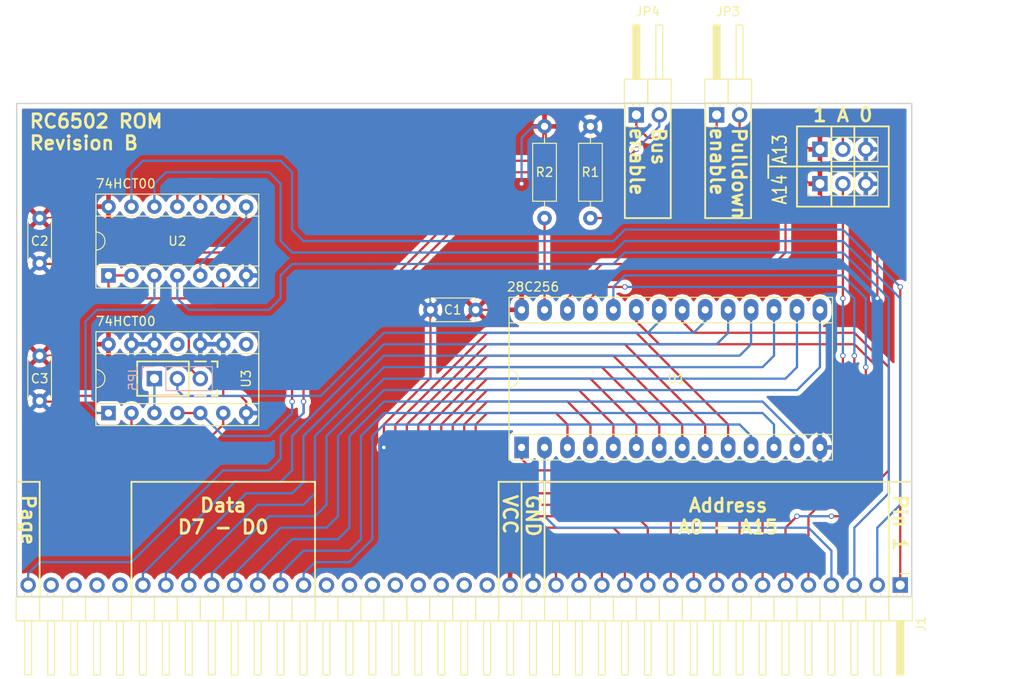
<source format=kicad_pcb>
(kicad_pcb (version 4) (host pcbnew 4.0.6)
  (layers (0 F.Cu signal) (31 B.Cu signal) (34 B.Paste user) (35 F.Paste user) (36 B.SilkS user) (37 F.SilkS user) (38 B.Mask user) (39 F.Mask user) (44 Edge.Cuts user))
  (net 0 "")
  (net 1 VCC)
  (net 2 GND)
  (net 3 A15)
  (net 4 A14)
  (net 5 A13)
  (net 6 A12)
  (net 7 A11)
  (net 8 A10)
  (net 9 A9)
  (net 10 A8)
  (net 11 A7)
  (net 12 A6)
  (net 13 A5)
  (net 14 A4)
  (net 15 A3)
  (net 16 A2)
  (net 17 A1)
  (net 18 A0)
  (net 19 D0)
  (net 20 D1)
  (net 21 D2)
  (net 22 D3)
  (net 23 D4)
  (net 24 D5)
  (net 25 D6)
  (net 26 D7)
  (net 27 "Net-(J1-Pad39)")
  (net 28 A13_W)
  (net 29 A14_W)
  (net 30 PAGE_EN)
  (net 31 "Net-(JP3-Pad2)")
  (net 32 CS)
  (net 33 CS_IN)
  (net 34 "Net-(U2-Pad5)")
  (net 35 "Net-(U2-Pad10)")
  (net 36 "Net-(U2-Pad3)")
  (net 37 "Net-(U3-Pad2)")
  (net 38 "Net-(R2-Pad1)")
  (net 39 "Net-(JP5-Pad1)")
  (module Capacitors_THT:C_Disc_D4.7mm_W2.5mm_P5.00mm (layer F.Cu) (at 160.02 113.03 180)
    (fp_text reference C1 (at 2.54 0 180) (layer F.SilkS))
    (fp_text value 100nF)
    (pad 1 thru_hole circle (at 0 0 180) (size 1.6 1.6) (drill 0.8) (layers *.Cu *.Mask) (net 1 VCC))
    (pad 2 thru_hole circle (at 5 0 180) (size 1.6 1.6) (drill 0.8) (layers *.Cu *.Mask) (net 2 GND))
  )
  (module Capacitors_THT:C_Disc_D4.7mm_W2.5mm_P5.00mm (layer F.Cu) (at 111.76 102.87 270)
    (fp_text reference C2 (at 2.54 0 360) (layer F.SilkS))
    (fp_text value 100nF)
    (pad 1 thru_hole circle (at 0 0 270) (size 1.6 1.6) (drill 0.8) (layers *.Cu *.Mask) (net 1 VCC))
    (pad 2 thru_hole circle (at 5 0 270) (size 1.6 1.6) (drill 0.8) (layers *.Cu *.Mask) (net 2 GND))
  )
  (module Capacitors_THT:C_Disc_D4.7mm_W2.5mm_P5.00mm (layer F.Cu) (at 111.76 118.11 270)
    (fp_text reference C3 (at 2.54 0 360) (layer F.SilkS))
    (fp_text value 100nF)
    (pad 1 thru_hole circle (at 0 0 270) (size 1.6 1.6) (drill 0.8) (layers *.Cu *.Mask) (net 1 VCC))
    (pad 2 thru_hole circle (at 5 0 270) (size 1.6 1.6) (drill 0.8) (layers *.Cu *.Mask) (net 2 GND))
  )
  (module Pin_Headers:Pin_Header_Angled_1x39_Pitch2.54mm (layer F.Cu) (at 207.01 143.51 270)
    (fp_text reference J1 (at 4.315 -2.27 270) (layer F.SilkS))
    (fp_text value CONN_01X39)
    (pad 1 thru_hole rect (at 0 0 270) (size 1.7 1.7) (drill 1) (layers *.Cu *.Mask) (net 3 A15))
    (pad 2 thru_hole oval (at 0 2.54 270) (size 1.7 1.7) (drill 1) (layers *.Cu *.Mask) (net 4 A14))
    (pad 3 thru_hole oval (at 0 5.08 270) (size 1.7 1.7) (drill 1) (layers *.Cu *.Mask) (net 5 A13))
    (pad 4 thru_hole oval (at 0 7.62 270) (size 1.7 1.7) (drill 1) (layers *.Cu *.Mask) (net 6 A12))
    (pad 5 thru_hole oval (at 0 10.16 270) (size 1.7 1.7) (drill 1) (layers *.Cu *.Mask) (net 7 A11))
    (pad 6 thru_hole oval (at 0 12.7 270) (size 1.7 1.7) (drill 1) (layers *.Cu *.Mask) (net 8 A10))
    (pad 7 thru_hole oval (at 0 15.24 270) (size 1.7 1.7) (drill 1) (layers *.Cu *.Mask) (net 9 A9))
    (pad 8 thru_hole oval (at 0 17.78 270) (size 1.7 1.7) (drill 1) (layers *.Cu *.Mask) (net 10 A8))
    (pad 9 thru_hole oval (at 0 20.32 270) (size 1.7 1.7) (drill 1) (layers *.Cu *.Mask) (net 11 A7))
    (pad 10 thru_hole oval (at 0 22.86 270) (size 1.7 1.7) (drill 1) (layers *.Cu *.Mask) (net 12 A6))
    (pad 11 thru_hole oval (at 0 25.4 270) (size 1.7 1.7) (drill 1) (layers *.Cu *.Mask) (net 13 A5))
    (pad 12 thru_hole oval (at 0 27.94 270) (size 1.7 1.7) (drill 1) (layers *.Cu *.Mask) (net 14 A4))
    (pad 13 thru_hole oval (at 0 30.48 270) (size 1.7 1.7) (drill 1) (layers *.Cu *.Mask) (net 15 A3))
    (pad 14 thru_hole oval (at 0 33.02 270) (size 1.7 1.7) (drill 1) (layers *.Cu *.Mask) (net 16 A2))
    (pad 15 thru_hole oval (at 0 35.56 270) (size 1.7 1.7) (drill 1) (layers *.Cu *.Mask) (net 17 A1))
    (pad 16 thru_hole oval (at 0 38.1 270) (size 1.7 1.7) (drill 1) (layers *.Cu *.Mask) (net 18 A0))
    (pad 17 thru_hole oval (at 0 40.64 270) (size 1.7 1.7) (drill 1) (layers *.Cu *.Mask) (net 2 GND))
    (pad 18 thru_hole oval (at 0 43.18 270) (size 1.7 1.7) (drill 1) (layers *.Cu *.Mask) (net 1 VCC))
    (pad 19 thru_hole oval (at 0 45.72 270) (size 1.7 1.7) (drill 1) (layers *.Cu *.Mask))
    (pad 20 thru_hole oval (at 0 48.26 270) (size 1.7 1.7) (drill 1) (layers *.Cu *.Mask))
    (pad 21 thru_hole oval (at 0 50.8 270) (size 1.7 1.7) (drill 1) (layers *.Cu *.Mask))
    (pad 22 thru_hole oval (at 0 53.34 270) (size 1.7 1.7) (drill 1) (layers *.Cu *.Mask))
    (pad 23 thru_hole oval (at 0 55.88 270) (size 1.7 1.7) (drill 1) (layers *.Cu *.Mask))
    (pad 24 thru_hole oval (at 0 58.42 270) (size 1.7 1.7) (drill 1) (layers *.Cu *.Mask))
    (pad 25 thru_hole oval (at 0 60.96 270) (size 1.7 1.7) (drill 1) (layers *.Cu *.Mask))
    (pad 26 thru_hole oval (at 0 63.5 270) (size 1.7 1.7) (drill 1) (layers *.Cu *.Mask))
    (pad 27 thru_hole oval (at 0 66.04 270) (size 1.7 1.7) (drill 1) (layers *.Cu *.Mask) (net 19 D0))
    (pad 28 thru_hole oval (at 0 68.58 270) (size 1.7 1.7) (drill 1) (layers *.Cu *.Mask) (net 20 D1))
    (pad 29 thru_hole oval (at 0 71.12 270) (size 1.7 1.7) (drill 1) (layers *.Cu *.Mask) (net 21 D2))
    (pad 30 thru_hole oval (at 0 73.66 270) (size 1.7 1.7) (drill 1) (layers *.Cu *.Mask) (net 22 D3))
    (pad 31 thru_hole oval (at 0 76.2 270) (size 1.7 1.7) (drill 1) (layers *.Cu *.Mask) (net 23 D4))
    (pad 32 thru_hole oval (at 0 78.74 270) (size 1.7 1.7) (drill 1) (layers *.Cu *.Mask) (net 24 D5))
    (pad 33 thru_hole oval (at 0 81.28 270) (size 1.7 1.7) (drill 1) (layers *.Cu *.Mask) (net 25 D6))
    (pad 34 thru_hole oval (at 0 83.82 270) (size 1.7 1.7) (drill 1) (layers *.Cu *.Mask) (net 26 D7))
    (pad 35 thru_hole oval (at 0 86.36 270) (size 1.7 1.7) (drill 1) (layers *.Cu *.Mask))
    (pad 36 thru_hole oval (at 0 88.9 270) (size 1.7 1.7) (drill 1) (layers *.Cu *.Mask))
    (pad 37 thru_hole oval (at 0 91.44 270) (size 1.7 1.7) (drill 1) (layers *.Cu *.Mask))
    (pad 38 thru_hole oval (at 0 93.98 270) (size 1.7 1.7) (drill 1) (layers *.Cu *.Mask))
    (pad 39 thru_hole oval (at 0 96.52 270) (size 1.7 1.7) (drill 1) (layers *.Cu *.Mask) (net 27 "Net-(J1-Pad39)"))
  )
  (module Pin_Headers:Pin_Header_Angled_1x02_Pitch2.54mm (layer F.Cu) (at 186.69 91.44 90)
    (fp_text reference JP3 (at 11.43 1.27 180) (layer F.SilkS))
    (fp_text value "Page PullDown")
    (pad 1 thru_hole rect (at 0 0 90) (size 1.7 1.7) (drill 1) (layers *.Cu *.Mask) (net 30 PAGE_EN))
    (pad 2 thru_hole oval (at 0 2.54 90) (size 1.7 1.7) (drill 1) (layers *.Cu *.Mask) (net 31 "Net-(JP3-Pad2)"))
  )
  (module Pin_Headers:Pin_Header_Angled_1x02_Pitch2.54mm (layer F.Cu) (at 177.8 91.44 90)
    (fp_text reference JP4 (at 11.43 1.27 180) (layer F.SilkS))
    (fp_text value "Bus enable")
    (pad 1 thru_hole rect (at 0 0 90) (size 1.7 1.7) (drill 1) (layers *.Cu *.Mask) (net 30 PAGE_EN))
    (pad 2 thru_hole oval (at 0 2.54 90) (size 1.7 1.7) (drill 1) (layers *.Cu *.Mask) (net 27 "Net-(J1-Pad39)"))
  )
  (module Resistors_THT:R_Axial_DIN0207_L6.3mm_D2.5mm_P10.16mm_Horizontal (layer F.Cu) (at 172.72 92.71 270)
    (fp_text reference R1 (at 5.08 0 360) (layer F.SilkS))
    (fp_text value 10k)
    (pad 1 thru_hole circle (at 0 0 270) (size 1.6 1.6) (drill 0.8) (layers *.Cu *.Mask) (net 2 GND))
    (pad 2 thru_hole oval (at 10.16 0 270) (size 1.6 1.6) (drill 0.8) (layers *.Cu *.Mask) (net 31 "Net-(JP3-Pad2)"))
  )
  (module Resistors_THT:R_Axial_DIN0207_L6.3mm_D2.5mm_P10.16mm_Horizontal (layer F.Cu) (at 167.64 102.87 90)
    (fp_text reference R2 (at 5.08 0 180) (layer F.SilkS))
    (fp_text value 3.3k)
    (pad 1 thru_hole circle (at 0 0 90) (size 1.6 1.6) (drill 0.8) (layers *.Cu *.Mask) (net 38 "Net-(R2-Pad1)"))
    (pad 2 thru_hole oval (at 10.16 0 90) (size 1.6 1.6) (drill 0.8) (layers *.Cu *.Mask) (net 1 VCC))
  )
  (module Housings_DIP:DIP-28_W15.24mm_Socket_LongPads (layer F.Cu) (at 165.1 128.27 90)
    (fp_text reference U1 (at 7.62 17.145 180) (layer F.SilkS))
    (fp_text value 28C256 (at 17.78 1.27 180) (layer F.SilkS))
    (pad 1 thru_hole rect (at 0 0 90) (size 2.4 1.6) (drill 0.8) (layers *.Cu *.Mask) (net 29 A14_W))
    (pad 15 thru_hole oval (at 15.24 33.02 90) (size 2.4 1.6) (drill 0.8) (layers *.Cu *.Mask) (net 22 D3))
    (pad 2 thru_hole oval (at 0 2.54 90) (size 2.4 1.6) (drill 0.8) (layers *.Cu *.Mask) (net 6 A12))
    (pad 16 thru_hole oval (at 15.24 30.48 90) (size 2.4 1.6) (drill 0.8) (layers *.Cu *.Mask) (net 23 D4))
    (pad 3 thru_hole oval (at 0 5.08 90) (size 2.4 1.6) (drill 0.8) (layers *.Cu *.Mask) (net 11 A7))
    (pad 17 thru_hole oval (at 15.24 27.94 90) (size 2.4 1.6) (drill 0.8) (layers *.Cu *.Mask) (net 24 D5))
    (pad 4 thru_hole oval (at 0 7.62 90) (size 2.4 1.6) (drill 0.8) (layers *.Cu *.Mask) (net 12 A6))
    (pad 18 thru_hole oval (at 15.24 25.4 90) (size 2.4 1.6) (drill 0.8) (layers *.Cu *.Mask) (net 25 D6))
    (pad 5 thru_hole oval (at 0 10.16 90) (size 2.4 1.6) (drill 0.8) (layers *.Cu *.Mask) (net 13 A5))
    (pad 19 thru_hole oval (at 15.24 22.86 90) (size 2.4 1.6) (drill 0.8) (layers *.Cu *.Mask) (net 26 D7))
    (pad 6 thru_hole oval (at 0 12.7 90) (size 2.4 1.6) (drill 0.8) (layers *.Cu *.Mask) (net 14 A4))
    (pad 20 thru_hole oval (at 15.24 20.32 90) (size 2.4 1.6) (drill 0.8) (layers *.Cu *.Mask) (net 32 CS))
    (pad 7 thru_hole oval (at 0 15.24 90) (size 2.4 1.6) (drill 0.8) (layers *.Cu *.Mask) (net 15 A3))
    (pad 21 thru_hole oval (at 15.24 17.78 90) (size 2.4 1.6) (drill 0.8) (layers *.Cu *.Mask) (net 8 A10))
    (pad 8 thru_hole oval (at 0 17.78 90) (size 2.4 1.6) (drill 0.8) (layers *.Cu *.Mask) (net 16 A2))
    (pad 22 thru_hole oval (at 15.24 15.24 90) (size 2.4 1.6) (drill 0.8) (layers *.Cu *.Mask) (net 32 CS))
    (pad 9 thru_hole oval (at 0 20.32 90) (size 2.4 1.6) (drill 0.8) (layers *.Cu *.Mask) (net 17 A1))
    (pad 23 thru_hole oval (at 15.24 12.7 90) (size 2.4 1.6) (drill 0.8) (layers *.Cu *.Mask) (net 7 A11))
    (pad 10 thru_hole oval (at 0 22.86 90) (size 2.4 1.6) (drill 0.8) (layers *.Cu *.Mask) (net 18 A0))
    (pad 24 thru_hole oval (at 15.24 10.16 90) (size 2.4 1.6) (drill 0.8) (layers *.Cu *.Mask) (net 9 A9))
    (pad 11 thru_hole oval (at 0 25.4 90) (size 2.4 1.6) (drill 0.8) (layers *.Cu *.Mask) (net 19 D0))
    (pad 25 thru_hole oval (at 15.24 7.62 90) (size 2.4 1.6) (drill 0.8) (layers *.Cu *.Mask) (net 10 A8))
    (pad 12 thru_hole oval (at 0 27.94 90) (size 2.4 1.6) (drill 0.8) (layers *.Cu *.Mask) (net 20 D1))
    (pad 26 thru_hole oval (at 15.24 5.08 90) (size 2.4 1.6) (drill 0.8) (layers *.Cu *.Mask) (net 28 A13_W))
    (pad 13 thru_hole oval (at 0 30.48 90) (size 2.4 1.6) (drill 0.8) (layers *.Cu *.Mask) (net 21 D2))
    (pad 27 thru_hole oval (at 15.24 2.54 90) (size 2.4 1.6) (drill 0.8) (layers *.Cu *.Mask) (net 38 "Net-(R2-Pad1)"))
    (pad 14 thru_hole oval (at 0 33.02 90) (size 2.4 1.6) (drill 0.8) (layers *.Cu *.Mask) (net 2 GND))
    (pad 28 thru_hole oval (at 15.24 0 90) (size 2.4 1.6) (drill 0.8) (layers *.Cu *.Mask) (net 1 VCC))
  )
  (module Housings_DIP:DIP-14_W7.62mm_Socket (layer F.Cu) (at 119.38 109.22 90)
    (fp_text reference U2 (at 3.81 7.62 180) (layer F.SilkS))
    (fp_text value 74HCT00 (at 10.16 1.905 180) (layer F.SilkS))
    (pad 1 thru_hole rect (at 0 0 90) (size 1.6 1.6) (drill 0.8) (layers *.Cu *.Mask) (net 33 CS_IN))
    (pad 8 thru_hole oval (at 7.62 15.24 90) (size 1.6 1.6) (drill 0.8) (layers *.Cu *.Mask) (net 34 "Net-(U2-Pad5)"))
    (pad 2 thru_hole oval (at 0 2.54 90) (size 1.6 1.6) (drill 0.8) (layers *.Cu *.Mask) (net 33 CS_IN))
    (pad 9 thru_hole oval (at 7.62 12.7 90) (size 1.6 1.6) (drill 0.8) (layers *.Cu *.Mask) (net 35 "Net-(U2-Pad10)"))
    (pad 3 thru_hole oval (at 0 5.08 90) (size 1.6 1.6) (drill 0.8) (layers *.Cu *.Mask) (net 36 "Net-(U2-Pad3)"))
    (pad 10 thru_hole oval (at 7.62 10.16 90) (size 1.6 1.6) (drill 0.8) (layers *.Cu *.Mask) (net 35 "Net-(U2-Pad10)"))
    (pad 4 thru_hole oval (at 0 7.62 90) (size 1.6 1.6) (drill 0.8) (layers *.Cu *.Mask) (net 5 A13))
    (pad 11 thru_hole oval (at 7.62 7.62 90) (size 1.6 1.6) (drill 0.8) (layers *.Cu *.Mask) (net 35 "Net-(U2-Pad10)"))
    (pad 5 thru_hole oval (at 0 10.16 90) (size 1.6 1.6) (drill 0.8) (layers *.Cu *.Mask) (net 34 "Net-(U2-Pad5)"))
    (pad 12 thru_hole oval (at 7.62 5.08 90) (size 1.6 1.6) (drill 0.8) (layers *.Cu *.Mask) (net 4 A14))
    (pad 6 thru_hole oval (at 0 12.7 90) (size 1.6 1.6) (drill 0.8) (layers *.Cu *.Mask) (net 33 CS_IN))
    (pad 13 thru_hole oval (at 7.62 2.54 90) (size 1.6 1.6) (drill 0.8) (layers *.Cu *.Mask) (net 3 A15))
    (pad 7 thru_hole oval (at 0 15.24 90) (size 1.6 1.6) (drill 0.8) (layers *.Cu *.Mask) (net 2 GND))
    (pad 14 thru_hole oval (at 7.62 0 90) (size 1.6 1.6) (drill 0.8) (layers *.Cu *.Mask) (net 1 VCC))
  )
  (module Housings_DIP:DIP-14_W7.62mm_Socket (layer F.Cu) (at 119.38 124.46 90)
    (fp_text reference U3 (at 3.81 15.24 270) (layer F.SilkS))
    (fp_text value 74HCT00 (at 10.16 1.905 180) (layer F.SilkS))
    (pad 1 thru_hole rect (at 0 0 90) (size 1.6 1.6) (drill 0.8) (layers *.Cu *.Mask) (net 36 "Net-(U2-Pad3)"))
    (pad 8 thru_hole oval (at 7.62 15.24 90) (size 1.6 1.6) (drill 0.8) (layers *.Cu *.Mask))
    (pad 2 thru_hole oval (at 0 2.54 90) (size 1.6 1.6) (drill 0.8) (layers *.Cu *.Mask) (net 37 "Net-(U3-Pad2)"))
    (pad 9 thru_hole oval (at 7.62 12.7 90) (size 1.6 1.6) (drill 0.8) (layers *.Cu *.Mask) (net 2 GND))
    (pad 3 thru_hole oval (at 0 5.08 90) (size 1.6 1.6) (drill 0.8) (layers *.Cu *.Mask) (net 39 "Net-(JP5-Pad1)"))
    (pad 10 thru_hole oval (at 7.62 10.16 90) (size 1.6 1.6) (drill 0.8) (layers *.Cu *.Mask) (net 2 GND))
    (pad 4 thru_hole oval (at 0 7.62 90) (size 1.6 1.6) (drill 0.8) (layers *.Cu *.Mask) (net 30 PAGE_EN))
    (pad 11 thru_hole oval (at 7.62 7.62 90) (size 1.6 1.6) (drill 0.8) (layers *.Cu *.Mask))
    (pad 5 thru_hole oval (at 0 10.16 90) (size 1.6 1.6) (drill 0.8) (layers *.Cu *.Mask) (net 30 PAGE_EN))
    (pad 12 thru_hole oval (at 7.62 5.08 90) (size 1.6 1.6) (drill 0.8) (layers *.Cu *.Mask) (net 2 GND))
    (pad 6 thru_hole oval (at 0 12.7 90) (size 1.6 1.6) (drill 0.8) (layers *.Cu *.Mask) (net 37 "Net-(U3-Pad2)"))
    (pad 13 thru_hole oval (at 7.62 2.54 90) (size 1.6 1.6) (drill 0.8) (layers *.Cu *.Mask) (net 2 GND))
    (pad 7 thru_hole oval (at 0 15.24 90) (size 1.6 1.6) (drill 0.8) (layers *.Cu *.Mask) (net 2 GND))
    (pad 14 thru_hole oval (at 7.62 0 90) (size 1.6 1.6) (drill 0.8) (layers *.Cu *.Mask) (net 1 VCC))
  )
  (module Pin_Headers:Pin_Header_Straight_1x03_Pitch2.54mm (layer F.Cu) (at 198.12 95.25 90)
    (fp_text reference JP1)
    (fp_text value "A13 Select")
    (pad 1 thru_hole rect (at 0 0 90) (size 1.7 1.7) (drill 1) (layers *.Cu *.Mask) (net 1 VCC))
    (pad 2 thru_hole oval (at 0 2.54 90) (size 1.7 1.7) (drill 1) (layers *.Cu *.Mask) (net 28 A13_W))
    (pad 3 thru_hole oval (at 0 5.08 90) (size 1.7 1.7) (drill 1) (layers *.Cu *.Mask) (net 2 GND))
  )
  (module Pin_Headers:Pin_Header_Straight_1x03_Pitch2.54mm (layer F.Cu) (at 198.12 99.06 90)
    (fp_text reference JP2)
    (fp_text value "A14 Select")
    (pad 1 thru_hole rect (at 0 0 90) (size 1.7 1.7) (drill 1) (layers *.Cu *.Mask) (net 1 VCC))
    (pad 2 thru_hole oval (at 0 2.54 90) (size 1.7 1.7) (drill 1) (layers *.Cu *.Mask) (net 29 A14_W))
    (pad 3 thru_hole oval (at 0 5.08 90) (size 1.7 1.7) (drill 1) (layers *.Cu *.Mask) (net 2 GND))
  )
  (module Pin_Headers:Pin_Header_Straight_1x03_Pitch2.54mm (layer B.Cu) (at 124.46 120.65 270)
    (fp_text reference JP5 (at 0 2.33 270) (layer B.SilkS) (effects (justify mirror)))
    (fp_text value "Page mode")
    (pad 1 thru_hole rect (at 0 0 270) (size 1.7 1.7) (drill 1) (layers *.Cu *.Mask) (net 39 "Net-(JP5-Pad1)"))
    (pad 2 thru_hole oval (at 0 -2.54 270) (size 1.7 1.7) (drill 1) (layers *.Cu *.Mask) (net 32 CS))
    (pad 3 thru_hole oval (at 0 -5.08 270) (size 1.7 1.7) (drill 1) (layers *.Cu *.Mask) (net 33 CS_IN))
  )
  (gr_line (start 128.905 118.745) (end 130.175 118.745) (angle 90) (layer F.SilkS) (width 0.2))
  (gr_line (start 130.175 122.555) (end 128.905 122.555) (angle 90) (layer F.SilkS) (width 0.2))
  (gr_line (start 131.445 122.555) (end 130.81 122.555) (angle 90) (layer F.SilkS) (width 0.2))
  (gr_line (start 131.445 121.92) (end 131.445 122.555) (angle 90) (layer F.SilkS) (width 0.2))
  (gr_line (start 131.445 118.745) (end 131.445 119.38) (angle 90) (layer F.SilkS) (width 0.2))
  (gr_line (start 130.81 118.745) (end 131.445 118.745) (angle 90) (layer F.SilkS) (width 0.2))
  (gr_line (start 122.555 118.745) (end 128.27 118.745) (angle 90) (layer F.SilkS) (width 0.2))
  (gr_line (start 122.555 122.555) (end 122.555 118.745) (angle 90) (layer F.SilkS) (width 0.2))
  (gr_line (start 128.27 122.555) (end 122.555 122.555) (angle 90) (layer F.SilkS) (width 0.2))
  (gr_line (start 128.27 118.745) (end 128.27 122.555) (angle 90) (layer F.SilkS) (width 0.2))
  (gr_line (start 192.405 95.885) (end 192.405 98.425) (angle 90) (layer F.SilkS) (width 0.2))
  (gr_line (start 205.74 97.155) (end 192.405 97.155) (angle 90) (layer F.SilkS) (width 0.2))
  (gr_text A14 (at 193.675 99.695 90) (layer F.SilkS) (effects (font (size 1.5 1.2) (thickness 0.2))))
  (gr_text A13 (at 193.675 95.25 90) (layer F.SilkS) (effects (font (size 1.5 1.2) (thickness 0.2))))
  (gr_text Page (at 110.49 133.35 270) (layer F.SilkS) (effects (font (size 1.5 1.5) (thickness 0.3)) (justify left)))
  (gr_text VCC (at 163.83 133.35 270) (layer F.SilkS) (effects (font (size 1.5 1.5) (thickness 0.3)) (justify left)))
  (gr_text GND (at 166.37 133.35 270) (layer F.SilkS) (effects (font (size 1.5 1.5) (thickness 0.3)) (justify left)))
  (gr_text "Pin 1" (at 207.01 133.35 270) (layer F.SilkS) (effects (font (size 1.5 1.5) (thickness 0.3)) (justify left)))
  (gr_text "Address\nA0 - A15" (at 187.96 135.89) (layer F.SilkS) (effects (font (size 1.5 1.5) (thickness 0.3))))
  (gr_text "Data\nD7 - D0" (at 132.08 135.89) (layer F.SilkS) (effects (font (size 1.5 1.5) (thickness 0.3))))
  (gr_line (start 142.24 132.08) (end 142.24 144.78) (angle 90) (layer F.SilkS) (width 0.2))
  (gr_line (start 121.92 132.08) (end 142.24 132.08) (angle 90) (layer F.SilkS) (width 0.2))
  (gr_line (start 121.92 144.78) (end 121.92 132.08) (angle 90) (layer F.SilkS) (width 0.2))
  (gr_line (start 165.1 144.78) (end 165.1 132.08) (angle 90) (layer F.SilkS) (width 0.2))
  (gr_line (start 162.56 132.08) (end 162.56 144.78) (angle 90) (layer F.SilkS) (width 0.2))
  (gr_line (start 167.64 132.08) (end 162.56 132.08) (angle 90) (layer F.SilkS) (width 0.2))
  (gr_line (start 167.64 132.08) (end 205.74 132.08) (angle 90) (layer F.SilkS) (width 0.2))
  (gr_line (start 167.64 144.78) (end 167.64 132.08) (angle 90) (layer F.SilkS) (width 0.2))
  (gr_line (start 205.74 132.08) (end 208.28 132.08) (angle 90) (layer F.SilkS) (width 0.2))
  (gr_line (start 205.74 144.78) (end 205.74 132.08) (angle 90) (layer F.SilkS) (width 0.2))
  (gr_line (start 111.76 132.08) (end 109.22 132.08) (angle 90) (layer F.SilkS) (width 0.2))
  (gr_line (start 111.76 144.78) (end 111.76 132.08) (angle 90) (layer F.SilkS) (width 0.2))
  (gr_text "RC6502 ROM\nRevision B" (at 110.49 93.345) (layer F.SilkS) (effects (font (size 1.5 1.5) (thickness 0.3)) (justify left)))
  (gr_text "Bus\nenable" (at 179.07 92.71 270) (layer F.SilkS) (effects (font (size 1.5 1.5) (thickness 0.3)) (justify left)))
  (gr_text "Pulldown\nenable" (at 187.96 92.71 270) (layer F.SilkS) (effects (font (size 1.5 1.5) (thickness 0.3)) (justify left)))
  (gr_line (start 190.5 102.87) (end 190.5 90.17) (angle 90) (layer F.SilkS) (width 0.2))
  (gr_line (start 185.42 102.87) (end 190.5 102.87) (angle 90) (layer F.SilkS) (width 0.2))
  (gr_line (start 185.42 90.17) (end 185.42 102.87) (angle 90) (layer F.SilkS) (width 0.2))
  (gr_line (start 181.61 102.87) (end 181.61 90.17) (angle 90) (layer F.SilkS) (width 0.2))
  (gr_line (start 176.53 102.87) (end 181.61 102.87) (angle 90) (layer F.SilkS) (width 0.2))
  (gr_line (start 176.53 90.17) (end 176.53 102.87) (angle 90) (layer F.SilkS) (width 0.2))
  (gr_text 0 (at 203.2 91.44) (layer F.SilkS) (effects (font (size 1.5 1.5) (thickness 0.3))))
  (gr_text A (at 200.66 91.44) (layer F.SilkS) (effects (font (size 1.5 1.5) (thickness 0.3))))
  (gr_text 1 (at 198.12 91.44) (layer F.SilkS) (effects (font (size 1.5 1.5) (thickness 0.3))))
  (gr_line (start 201.93 101.6) (end 201.93 92.71) (angle 90) (layer F.SilkS) (width 0.2))
  (gr_line (start 199.39 101.6) (end 199.39 92.71) (angle 90) (layer F.SilkS) (width 0.2))
  (gr_line (start 195.58 101.6) (end 205.74 101.6) (angle 90) (layer F.SilkS) (width 0.2))
  (gr_line (start 195.58 92.71) (end 195.58 101.6) (angle 90) (layer F.SilkS) (width 0.2))
  (gr_line (start 205.74 92.71) (end 195.58 92.71) (angle 90) (layer F.SilkS) (width 0.2))
  (gr_line (start 205.74 101.6) (end 205.74 92.71) (angle 90) (layer F.SilkS) (width 0.2))
  (gr_line (start 208.28 144.78) (end 109.22 144.78) (angle 90) (layer Edge.Cuts) (width 0.15))
  (gr_line (start 208.28 90.17) (end 208.28 144.78) (angle 90) (layer Edge.Cuts) (width 0.15))
  (gr_line (start 109.22 90.17) (end 208.28 90.17) (angle 90) (layer Edge.Cuts) (width 0.15))
  (gr_line (start 109.22 144.78) (end 109.22 90.17) (angle 90) (layer Edge.Cuts) (width 0.15))
  (segment (start 198.12 99.06) (end 198.12 95.25) (width 0.25) (layer F.Cu) (net 1))
  (segment (start 165.1 113.03) (end 165.1 99.06) (width 0.25) (layer F.Cu) (net 1))
  (segment (start 166.37 92.71) (end 167.64 92.71) (width 0.25) (layer B.Cu) (net 1))
  (segment (start 165.1 93.98) (end 166.37 92.71) (width 0.25) (layer B.Cu) (net 1))
  (segment (start 165.1 99.06) (end 165.1 93.98) (width 0.25) (layer B.Cu) (net 1))
  (via (at 165.1 99.06) (size 0.6) (drill 0.4) (layers F.Cu B.Cu) (net 1))
  (segment (start 119.38 116.84) (end 116.84 116.84) (width 0.25) (layer F.Cu) (net 1))
  (segment (start 114.3 118.11) (end 115.57 116.84) (width 0.25) (layer F.Cu) (net 1))
  (segment (start 115.57 116.84) (end 116.84 116.84) (width 0.25) (layer F.Cu) (net 1))
  (segment (start 114.3 118.11) (end 111.76 118.11) (width 0.25) (layer F.Cu) (net 1))
  (segment (start 119.38 101.6) (end 116.84 101.6) (width 0.25) (layer F.Cu) (net 1))
  (segment (start 113.03 102.87) (end 114.3 101.6) (width 0.25) (layer F.Cu) (net 1))
  (segment (start 114.3 101.6) (end 116.84 101.6) (width 0.25) (layer F.Cu) (net 1))
  (segment (start 113.03 102.87) (end 111.76 102.87) (width 0.25) (layer F.Cu) (net 1))
  (segment (start 160.02 113.03) (end 165.1 113.03) (width 0.25) (layer F.Cu) (net 1))
  (segment (start 132.08 122.555) (end 132.08 121.92) (width 0.25) (layer F.Cu) (net 2))
  (segment (start 132.08 121.92) (end 132.08 116.84) (width 0.25) (layer F.Cu) (net 2))
  (segment (start 114.935 122.555) (end 132.08 122.555) (width 0.25) (layer F.Cu) (net 2))
  (segment (start 132.08 122.555) (end 133.985 122.555) (width 0.25) (layer F.Cu) (net 2))
  (segment (start 203.2 99.06) (end 203.2 104.14) (width 0.25) (layer F.Cu) (net 2))
  (via (at 204.47 111.76) (size 0.6) (drill 0.4) (layers F.Cu B.Cu) (net 2))
  (segment (start 204.47 105.41) (end 204.47 111.76) (width 0.25) (layer F.Cu) (net 2))
  (segment (start 203.2 104.14) (end 204.47 105.41) (width 0.25) (layer F.Cu) (net 2))
  (segment (start 203.2 95.25) (end 203.2 99.06) (width 0.25) (layer F.Cu) (net 2))
  (segment (start 155.02 113.03) (end 155.02 120.57) (width 0.25) (layer F.Cu) (net 2))
  (via (at 149.86 128.27) (size 0.6) (drill 0.4) (layers F.Cu B.Cu) (net 2))
  (segment (start 149.86 125.73) (end 149.86 128.27) (width 0.25) (layer F.Cu) (net 2))
  (segment (start 155.02 120.57) (end 149.86 125.73) (width 0.25) (layer F.Cu) (net 2))
  (segment (start 121.92 116.84) (end 124.46 116.84) (width 0.25) (layer F.Cu) (net 2))
  (segment (start 134.62 109.22) (end 134.62 107.95) (width 0.25) (layer F.Cu) (net 2))
  (segment (start 114.3 107.95) (end 111.84 107.95) (width 0.25) (layer F.Cu) (net 2))
  (segment (start 115.57 106.68) (end 114.3 107.95) (width 0.25) (layer F.Cu) (net 2))
  (segment (start 133.35 106.68) (end 115.57 106.68) (width 0.25) (layer F.Cu) (net 2))
  (segment (start 134.62 107.95) (end 133.35 106.68) (width 0.25) (layer F.Cu) (net 2))
  (segment (start 111.84 107.95) (end 111.76 107.87) (width 0.25) (layer F.Cu) (net 2))
  (segment (start 134.62 124.46) (end 134.62 123.19) (width 0.25) (layer F.Cu) (net 2))
  (segment (start 134.62 123.19) (end 133.985 122.555) (width 0.25) (layer F.Cu) (net 2))
  (segment (start 114.3 123.19) (end 111.84 123.19) (width 0.25) (layer F.Cu) (net 2))
  (segment (start 114.935 122.555) (end 114.3 123.19) (width 0.25) (layer F.Cu) (net 2))
  (segment (start 111.84 123.19) (end 111.76 123.11) (width 0.25) (layer F.Cu) (net 2))
  (segment (start 198.12 128.27) (end 198.12 125.73) (width 0.25) (layer B.Cu) (net 2))
  (segment (start 198.12 125.73) (end 204.47 119.38) (width 0.25) (layer B.Cu) (net 2))
  (segment (start 204.47 119.38) (end 204.47 111.76) (width 0.25) (layer B.Cu) (net 2))
  (segment (start 155.02 110.41) (end 155.02 113.03) (width 0.25) (layer B.Cu) (net 2))
  (segment (start 204.47 111.76) (end 200.66 107.95) (width 0.25) (layer B.Cu) (net 2))
  (segment (start 200.66 107.95) (end 176.53 107.95) (width 0.25) (layer B.Cu) (net 2))
  (segment (start 176.53 107.95) (end 175.26 109.22) (width 0.25) (layer B.Cu) (net 2))
  (segment (start 175.26 109.22) (end 156.21 109.22) (width 0.25) (layer B.Cu) (net 2))
  (segment (start 156.21 109.22) (end 155.02 110.41) (width 0.25) (layer B.Cu) (net 2))
  (segment (start 148.59 105.41) (end 140.97 105.41) (width 0.25) (layer B.Cu) (net 3))
  (segment (start 200.66 104.14) (end 176.53 104.14) (width 0.25) (layer B.Cu) (net 3))
  (via (at 207.01 110.49) (size 0.6) (drill 0.4) (layers F.Cu B.Cu) (net 3))
  (segment (start 207.01 110.49) (end 200.66 104.14) (width 0.25) (layer B.Cu) (net 3))
  (segment (start 207.01 143.51) (end 207.01 110.49) (width 0.25) (layer F.Cu) (net 3))
  (segment (start 175.26 105.41) (end 148.59 105.41) (width 0.25) (layer B.Cu) (net 3))
  (segment (start 176.53 104.14) (end 175.26 105.41) (width 0.25) (layer B.Cu) (net 3))
  (segment (start 121.92 97.79) (end 121.92 101.6) (width 0.25) (layer B.Cu) (net 3))
  (segment (start 123.19 96.52) (end 121.92 97.79) (width 0.25) (layer B.Cu) (net 3))
  (segment (start 138.43 96.52) (end 123.19 96.52) (width 0.25) (layer B.Cu) (net 3))
  (segment (start 139.7 97.79) (end 138.43 96.52) (width 0.25) (layer B.Cu) (net 3))
  (segment (start 139.7 104.14) (end 139.7 97.79) (width 0.25) (layer B.Cu) (net 3))
  (segment (start 140.97 105.41) (end 139.7 104.14) (width 0.25) (layer B.Cu) (net 3))
  (segment (start 124.46 101.6) (end 124.46 99.06) (width 0.25) (layer B.Cu) (net 4))
  (segment (start 200.66 105.41) (end 176.53 105.41) (width 0.25) (layer B.Cu) (net 4))
  (segment (start 204.47 137.16) (end 207.01 134.62) (width 0.25) (layer B.Cu) (net 4))
  (segment (start 207.01 134.62) (end 207.01 111.76) (width 0.25) (layer B.Cu) (net 4))
  (segment (start 204.47 137.16) (end 204.47 143.51) (width 0.25) (layer B.Cu) (net 4))
  (segment (start 207.01 111.76) (end 200.66 105.41) (width 0.25) (layer B.Cu) (net 4))
  (segment (start 175.26 106.68) (end 148.59 106.68) (width 0.25) (layer B.Cu) (net 4))
  (segment (start 176.53 105.41) (end 175.26 106.68) (width 0.25) (layer B.Cu) (net 4))
  (segment (start 139.7 106.68) (end 148.59 106.68) (width 0.25) (layer B.Cu) (net 4))
  (segment (start 138.43 105.41) (end 139.7 106.68) (width 0.25) (layer B.Cu) (net 4))
  (segment (start 138.43 99.06) (end 138.43 105.41) (width 0.25) (layer B.Cu) (net 4))
  (segment (start 137.16 97.79) (end 138.43 99.06) (width 0.25) (layer B.Cu) (net 4))
  (segment (start 125.73 97.79) (end 137.16 97.79) (width 0.25) (layer B.Cu) (net 4))
  (segment (start 124.46 99.06) (end 125.73 97.79) (width 0.25) (layer B.Cu) (net 4))
  (segment (start 148.59 107.95) (end 139.7 107.95) (width 0.25) (layer B.Cu) (net 5))
  (segment (start 200.66 106.68) (end 176.53 106.68) (width 0.25) (layer B.Cu) (net 5))
  (segment (start 201.93 137.16) (end 205.74 133.35) (width 0.25) (layer B.Cu) (net 5))
  (segment (start 205.74 133.35) (end 205.74 111.76) (width 0.25) (layer B.Cu) (net 5))
  (segment (start 201.93 143.51) (end 201.93 137.16) (width 0.25) (layer B.Cu) (net 5))
  (segment (start 205.74 111.76) (end 200.66 106.68) (width 0.25) (layer B.Cu) (net 5))
  (segment (start 175.26 107.95) (end 148.59 107.95) (width 0.25) (layer B.Cu) (net 5))
  (segment (start 176.53 106.68) (end 175.26 107.95) (width 0.25) (layer B.Cu) (net 5))
  (segment (start 127 111.76) (end 127 109.22) (width 0.25) (layer B.Cu) (net 5))
  (segment (start 128.27 113.03) (end 127 111.76) (width 0.25) (layer B.Cu) (net 5))
  (segment (start 137.16 113.03) (end 128.27 113.03) (width 0.25) (layer B.Cu) (net 5))
  (segment (start 138.43 111.76) (end 137.16 113.03) (width 0.25) (layer B.Cu) (net 5))
  (segment (start 138.43 110.49) (end 138.43 111.76) (width 0.25) (layer B.Cu) (net 5))
  (segment (start 138.43 109.22) (end 138.43 110.49) (width 0.25) (layer B.Cu) (net 5))
  (segment (start 139.7 107.95) (end 138.43 109.22) (width 0.25) (layer B.Cu) (net 5))
  (segment (start 199.39 143.51) (end 199.39 139.7) (width 0.25) (layer B.Cu) (net 6))
  (segment (start 167.64 135.89) (end 167.64 128.27) (width 0.25) (layer B.Cu) (net 6))
  (segment (start 168.91 137.16) (end 167.64 135.89) (width 0.25) (layer B.Cu) (net 6))
  (segment (start 196.85 137.16) (end 168.91 137.16) (width 0.25) (layer B.Cu) (net 6))
  (segment (start 199.39 139.7) (end 196.85 137.16) (width 0.25) (layer B.Cu) (net 6))
  (segment (start 204.47 119.38) (end 201.93 116.84) (width 0.25) (layer F.Cu) (net 7))
  (segment (start 196.85 143.51) (end 196.85 135.89) (width 0.25) (layer F.Cu) (net 7))
  (segment (start 204.47 123.19) (end 204.47 130.81) (width 0.25) (layer F.Cu) (net 7))
  (segment (start 204.47 130.81) (end 200.66 134.62) (width 0.25) (layer F.Cu) (net 7))
  (segment (start 200.66 134.62) (end 198.12 134.62) (width 0.25) (layer F.Cu) (net 7))
  (segment (start 198.12 134.62) (end 196.85 135.89) (width 0.25) (layer F.Cu) (net 7))
  (segment (start 204.47 123.19) (end 204.47 119.38) (width 0.25) (layer F.Cu) (net 7))
  (segment (start 177.8 114.3) (end 177.8 113.03) (width 0.25) (layer F.Cu) (net 7))
  (segment (start 180.34 116.84) (end 177.8 114.3) (width 0.25) (layer F.Cu) (net 7))
  (segment (start 201.93 116.84) (end 180.34 116.84) (width 0.25) (layer F.Cu) (net 7))
  (segment (start 205.74 119.38) (end 201.93 115.57) (width 0.25) (layer F.Cu) (net 8))
  (segment (start 194.31 137.16) (end 195.58 135.89) (width 0.25) (layer F.Cu) (net 8))
  (via (at 195.58 135.89) (size 0.6) (drill 0.4) (layers F.Cu B.Cu) (net 8))
  (segment (start 195.58 135.89) (end 199.39 135.89) (width 0.25) (layer B.Cu) (net 8))
  (via (at 199.39 135.89) (size 0.6) (drill 0.4) (layers F.Cu B.Cu) (net 8))
  (segment (start 199.39 135.89) (end 200.66 135.89) (width 0.25) (layer F.Cu) (net 8))
  (segment (start 200.66 135.89) (end 205.74 130.81) (width 0.25) (layer F.Cu) (net 8))
  (segment (start 205.74 130.81) (end 205.74 123.19) (width 0.25) (layer F.Cu) (net 8))
  (segment (start 194.31 143.51) (end 194.31 137.16) (width 0.25) (layer F.Cu) (net 8))
  (segment (start 205.74 119.38) (end 205.74 123.19) (width 0.25) (layer F.Cu) (net 8))
  (segment (start 182.88 114.3) (end 182.88 113.03) (width 0.25) (layer F.Cu) (net 8))
  (segment (start 184.15 115.57) (end 182.88 114.3) (width 0.25) (layer F.Cu) (net 8))
  (segment (start 201.93 115.57) (end 184.15 115.57) (width 0.25) (layer F.Cu) (net 8))
  (via (at 203.2 119.38) (size 0.6) (drill 0.4) (layers F.Cu B.Cu) (net 9))
  (segment (start 203.2 123.19) (end 203.2 119.38) (width 0.25) (layer F.Cu) (net 9))
  (segment (start 191.77 134.62) (end 193.04 133.35) (width 0.25) (layer F.Cu) (net 9))
  (segment (start 193.04 133.35) (end 200.66 133.35) (width 0.25) (layer F.Cu) (net 9))
  (segment (start 200.66 133.35) (end 203.2 130.81) (width 0.25) (layer F.Cu) (net 9))
  (segment (start 203.2 130.81) (end 203.2 123.19) (width 0.25) (layer F.Cu) (net 9))
  (segment (start 191.77 143.51) (end 191.77 134.62) (width 0.25) (layer F.Cu) (net 9))
  (segment (start 175.26 110.49) (end 175.26 113.03) (width 0.25) (layer B.Cu) (net 9))
  (segment (start 176.53 109.22) (end 175.26 110.49) (width 0.25) (layer B.Cu) (net 9))
  (segment (start 179.07 109.22) (end 176.53 109.22) (width 0.25) (layer B.Cu) (net 9))
  (segment (start 200.66 109.22) (end 179.07 109.22) (width 0.25) (layer B.Cu) (net 9))
  (segment (start 203.2 111.76) (end 200.66 109.22) (width 0.25) (layer B.Cu) (net 9))
  (segment (start 203.2 115.57) (end 203.2 111.76) (width 0.25) (layer B.Cu) (net 9))
  (segment (start 203.2 119.38) (end 203.2 115.57) (width 0.25) (layer B.Cu) (net 9))
  (segment (start 201.93 120.65) (end 201.93 118.11) (width 0.25) (layer F.Cu) (net 10))
  (segment (start 189.23 143.51) (end 189.23 133.35) (width 0.25) (layer F.Cu) (net 10))
  (segment (start 201.93 130.81) (end 201.93 120.65) (width 0.25) (layer F.Cu) (net 10))
  (segment (start 200.66 132.08) (end 201.93 130.81) (width 0.25) (layer F.Cu) (net 10))
  (segment (start 190.5 132.08) (end 200.66 132.08) (width 0.25) (layer F.Cu) (net 10))
  (segment (start 189.23 133.35) (end 190.5 132.08) (width 0.25) (layer F.Cu) (net 10))
  (segment (start 172.72 111.76) (end 172.72 113.03) (width 0.25) (layer F.Cu) (net 10))
  (segment (start 173.99 110.49) (end 172.72 111.76) (width 0.25) (layer F.Cu) (net 10))
  (segment (start 176.53 110.49) (end 173.99 110.49) (width 0.25) (layer F.Cu) (net 10))
  (via (at 176.53 110.49) (size 0.6) (drill 0.4) (layers F.Cu B.Cu) (net 10))
  (segment (start 200.66 110.49) (end 176.53 110.49) (width 0.25) (layer B.Cu) (net 10))
  (segment (start 201.93 111.76) (end 200.66 110.49) (width 0.25) (layer B.Cu) (net 10))
  (segment (start 201.93 113.03) (end 201.93 111.76) (width 0.25) (layer B.Cu) (net 10))
  (segment (start 201.93 114.3) (end 201.93 113.03) (width 0.25) (layer B.Cu) (net 10))
  (segment (start 201.93 118.11) (end 201.93 114.3) (width 0.25) (layer B.Cu) (net 10))
  (via (at 201.93 118.11) (size 0.6) (drill 0.4) (layers F.Cu B.Cu) (net 10))
  (segment (start 170.18 128.27) (end 170.18 125.73) (width 0.25) (layer F.Cu) (net 11))
  (segment (start 186.69 133.35) (end 186.69 143.51) (width 0.25) (layer F.Cu) (net 11))
  (segment (start 185.42 132.08) (end 186.69 133.35) (width 0.25) (layer F.Cu) (net 11))
  (segment (start 184.15 132.08) (end 185.42 132.08) (width 0.25) (layer F.Cu) (net 11))
  (segment (start 182.88 132.08) (end 184.15 132.08) (width 0.25) (layer F.Cu) (net 11))
  (segment (start 162.56 132.08) (end 182.88 132.08) (width 0.25) (layer F.Cu) (net 11))
  (segment (start 160.02 129.54) (end 162.56 132.08) (width 0.25) (layer F.Cu) (net 11))
  (segment (start 160.02 125.73) (end 160.02 129.54) (width 0.25) (layer F.Cu) (net 11))
  (segment (start 161.29 124.46) (end 160.02 125.73) (width 0.25) (layer F.Cu) (net 11))
  (segment (start 168.91 124.46) (end 161.29 124.46) (width 0.25) (layer F.Cu) (net 11))
  (segment (start 170.18 125.73) (end 168.91 124.46) (width 0.25) (layer F.Cu) (net 11))
  (segment (start 184.15 143.51) (end 184.15 134.62) (width 0.25) (layer F.Cu) (net 12))
  (segment (start 172.72 125.73) (end 172.72 128.27) (width 0.25) (layer F.Cu) (net 12))
  (segment (start 170.18 123.19) (end 172.72 125.73) (width 0.25) (layer F.Cu) (net 12))
  (segment (start 161.29 123.19) (end 170.18 123.19) (width 0.25) (layer F.Cu) (net 12))
  (segment (start 158.75 125.73) (end 161.29 123.19) (width 0.25) (layer F.Cu) (net 12))
  (segment (start 158.75 129.54) (end 158.75 125.73) (width 0.25) (layer F.Cu) (net 12))
  (segment (start 162.56 133.35) (end 158.75 129.54) (width 0.25) (layer F.Cu) (net 12))
  (segment (start 182.88 133.35) (end 162.56 133.35) (width 0.25) (layer F.Cu) (net 12))
  (segment (start 184.15 134.62) (end 182.88 133.35) (width 0.25) (layer F.Cu) (net 12))
  (segment (start 181.61 143.51) (end 181.61 137.16) (width 0.25) (layer F.Cu) (net 13))
  (segment (start 175.26 125.73) (end 175.26 128.27) (width 0.25) (layer F.Cu) (net 13))
  (segment (start 171.45 121.92) (end 175.26 125.73) (width 0.25) (layer F.Cu) (net 13))
  (segment (start 161.29 121.92) (end 171.45 121.92) (width 0.25) (layer F.Cu) (net 13))
  (segment (start 157.48 125.73) (end 161.29 121.92) (width 0.25) (layer F.Cu) (net 13))
  (segment (start 157.48 129.54) (end 157.48 125.73) (width 0.25) (layer F.Cu) (net 13))
  (segment (start 162.56 134.62) (end 157.48 129.54) (width 0.25) (layer F.Cu) (net 13))
  (segment (start 180.34 134.62) (end 162.56 134.62) (width 0.25) (layer F.Cu) (net 13))
  (segment (start 181.61 135.89) (end 180.34 134.62) (width 0.25) (layer F.Cu) (net 13))
  (segment (start 181.61 137.16) (end 181.61 135.89) (width 0.25) (layer F.Cu) (net 13))
  (segment (start 177.8 128.27) (end 177.8 125.73) (width 0.25) (layer F.Cu) (net 14))
  (segment (start 179.07 137.16) (end 179.07 143.51) (width 0.25) (layer F.Cu) (net 14))
  (segment (start 177.8 135.89) (end 179.07 137.16) (width 0.25) (layer F.Cu) (net 14))
  (segment (start 162.56 135.89) (end 177.8 135.89) (width 0.25) (layer F.Cu) (net 14))
  (segment (start 156.21 129.54) (end 162.56 135.89) (width 0.25) (layer F.Cu) (net 14))
  (segment (start 156.21 125.73) (end 156.21 129.54) (width 0.25) (layer F.Cu) (net 14))
  (segment (start 161.29 120.65) (end 156.21 125.73) (width 0.25) (layer F.Cu) (net 14))
  (segment (start 172.72 120.65) (end 161.29 120.65) (width 0.25) (layer F.Cu) (net 14))
  (segment (start 177.8 125.73) (end 172.72 120.65) (width 0.25) (layer F.Cu) (net 14))
  (segment (start 180.34 128.27) (end 180.34 125.73) (width 0.25) (layer F.Cu) (net 15))
  (segment (start 176.53 138.43) (end 176.53 143.51) (width 0.25) (layer F.Cu) (net 15))
  (segment (start 175.26 137.16) (end 176.53 138.43) (width 0.25) (layer F.Cu) (net 15))
  (segment (start 162.56 137.16) (end 175.26 137.16) (width 0.25) (layer F.Cu) (net 15))
  (segment (start 154.94 129.54) (end 162.56 137.16) (width 0.25) (layer F.Cu) (net 15))
  (segment (start 154.94 125.73) (end 154.94 129.54) (width 0.25) (layer F.Cu) (net 15))
  (segment (start 161.29 119.38) (end 154.94 125.73) (width 0.25) (layer F.Cu) (net 15))
  (segment (start 173.99 119.38) (end 161.29 119.38) (width 0.25) (layer F.Cu) (net 15))
  (segment (start 180.34 125.73) (end 173.99 119.38) (width 0.25) (layer F.Cu) (net 15))
  (segment (start 173.99 143.51) (end 173.99 139.7) (width 0.25) (layer F.Cu) (net 16))
  (segment (start 173.99 139.7) (end 173.99 140.97) (width 0.25) (layer F.Cu) (net 16))
  (segment (start 173.99 140.97) (end 173.99 139.7) (width 0.25) (layer F.Cu) (net 16))
  (segment (start 173.99 139.7) (end 172.72 138.43) (width 0.25) (layer F.Cu) (net 16))
  (segment (start 172.72 138.43) (end 162.56 138.43) (width 0.25) (layer F.Cu) (net 16))
  (segment (start 162.56 138.43) (end 153.67 129.54) (width 0.25) (layer F.Cu) (net 16))
  (segment (start 153.67 129.54) (end 153.67 125.73) (width 0.25) (layer F.Cu) (net 16))
  (segment (start 153.67 125.73) (end 161.29 118.11) (width 0.25) (layer F.Cu) (net 16))
  (segment (start 161.29 118.11) (end 173.99 118.11) (width 0.25) (layer F.Cu) (net 16))
  (segment (start 173.99 118.11) (end 175.26 118.11) (width 0.25) (layer F.Cu) (net 16))
  (segment (start 175.26 118.11) (end 182.88 125.73) (width 0.25) (layer F.Cu) (net 16))
  (segment (start 182.88 125.73) (end 182.88 128.27) (width 0.25) (layer F.Cu) (net 16))
  (segment (start 171.45 143.51) (end 171.45 140.97) (width 0.25) (layer F.Cu) (net 17))
  (segment (start 185.42 125.73) (end 185.42 128.27) (width 0.25) (layer F.Cu) (net 17))
  (segment (start 176.53 116.84) (end 185.42 125.73) (width 0.25) (layer F.Cu) (net 17))
  (segment (start 161.29 116.84) (end 176.53 116.84) (width 0.25) (layer F.Cu) (net 17))
  (segment (start 152.4 125.73) (end 161.29 116.84) (width 0.25) (layer F.Cu) (net 17))
  (segment (start 152.4 129.54) (end 152.4 125.73) (width 0.25) (layer F.Cu) (net 17))
  (segment (start 162.56 139.7) (end 152.4 129.54) (width 0.25) (layer F.Cu) (net 17))
  (segment (start 170.18 139.7) (end 162.56 139.7) (width 0.25) (layer F.Cu) (net 17))
  (segment (start 171.45 140.97) (end 170.18 139.7) (width 0.25) (layer F.Cu) (net 17))
  (segment (start 168.91 143.51) (end 168.91 142.24) (width 0.25) (layer F.Cu) (net 18))
  (segment (start 187.96 125.73) (end 187.96 128.27) (width 0.25) (layer F.Cu) (net 18))
  (segment (start 177.8 115.57) (end 187.96 125.73) (width 0.25) (layer F.Cu) (net 18))
  (segment (start 161.29 115.57) (end 177.8 115.57) (width 0.25) (layer F.Cu) (net 18))
  (segment (start 151.13 125.73) (end 161.29 115.57) (width 0.25) (layer F.Cu) (net 18))
  (segment (start 151.13 129.54) (end 151.13 125.73) (width 0.25) (layer F.Cu) (net 18))
  (segment (start 162.56 140.97) (end 151.13 129.54) (width 0.25) (layer F.Cu) (net 18))
  (segment (start 167.64 140.97) (end 162.56 140.97) (width 0.25) (layer F.Cu) (net 18))
  (segment (start 168.91 142.24) (end 167.64 140.97) (width 0.25) (layer F.Cu) (net 18))
  (segment (start 146.05 140.97) (end 147.32 139.7) (width 0.25) (layer B.Cu) (net 19))
  (segment (start 147.32 139.7) (end 148.59 138.43) (width 0.25) (layer B.Cu) (net 19))
  (segment (start 149.86 125.73) (end 148.59 127) (width 0.25) (layer B.Cu) (net 19))
  (segment (start 148.59 127) (end 148.59 138.43) (width 0.25) (layer B.Cu) (net 19))
  (segment (start 190.5 128.27) (end 190.5 127) (width 0.25) (layer B.Cu) (net 19))
  (segment (start 189.23 125.73) (end 149.86 125.73) (width 0.25) (layer B.Cu) (net 19))
  (segment (start 190.5 127) (end 189.23 125.73) (width 0.25) (layer B.Cu) (net 19))
  (segment (start 142.24 140.97) (end 140.97 142.24) (width 0.25) (layer B.Cu) (net 19))
  (segment (start 146.05 140.97) (end 142.24 140.97) (width 0.25) (layer B.Cu) (net 19))
  (segment (start 140.97 142.24) (end 140.97 143.51) (width 0.25) (layer B.Cu) (net 19))
  (segment (start 138.43 143.51) (end 138.43 142.24) (width 0.25) (layer B.Cu) (net 20))
  (segment (start 147.32 127) (end 149.86 124.46) (width 0.25) (layer B.Cu) (net 20))
  (segment (start 147.32 138.43) (end 147.32 127) (width 0.25) (layer B.Cu) (net 20))
  (segment (start 146.05 139.7) (end 147.32 138.43) (width 0.25) (layer B.Cu) (net 20))
  (segment (start 140.97 139.7) (end 146.05 139.7) (width 0.25) (layer B.Cu) (net 20))
  (segment (start 138.43 142.24) (end 140.97 139.7) (width 0.25) (layer B.Cu) (net 20))
  (segment (start 193.04 128.27) (end 193.04 125.73) (width 0.25) (layer B.Cu) (net 20))
  (segment (start 191.77 124.46) (end 149.86 124.46) (width 0.25) (layer B.Cu) (net 20))
  (segment (start 193.04 125.73) (end 191.77 124.46) (width 0.25) (layer B.Cu) (net 20))
  (segment (start 149.86 123.19) (end 146.05 127) (width 0.25) (layer B.Cu) (net 21))
  (segment (start 135.89 142.24) (end 135.89 143.51) (width 0.25) (layer B.Cu) (net 21))
  (segment (start 139.7 138.43) (end 135.89 142.24) (width 0.25) (layer B.Cu) (net 21))
  (segment (start 140.97 138.43) (end 139.7 138.43) (width 0.25) (layer B.Cu) (net 21))
  (segment (start 144.78 138.43) (end 140.97 138.43) (width 0.25) (layer B.Cu) (net 21))
  (segment (start 146.05 137.16) (end 144.78 138.43) (width 0.25) (layer B.Cu) (net 21))
  (segment (start 146.05 127) (end 146.05 137.16) (width 0.25) (layer B.Cu) (net 21))
  (segment (start 195.58 128.27) (end 195.58 127) (width 0.25) (layer B.Cu) (net 21))
  (segment (start 182.88 123.19) (end 149.86 123.19) (width 0.25) (layer B.Cu) (net 21))
  (segment (start 191.77 123.19) (end 182.88 123.19) (width 0.25) (layer B.Cu) (net 21))
  (segment (start 195.58 127) (end 191.77 123.19) (width 0.25) (layer B.Cu) (net 21))
  (segment (start 149.86 121.92) (end 144.78 127) (width 0.25) (layer B.Cu) (net 22))
  (segment (start 133.35 142.24) (end 133.35 143.51) (width 0.25) (layer B.Cu) (net 22))
  (segment (start 138.43 137.16) (end 133.35 142.24) (width 0.25) (layer B.Cu) (net 22))
  (segment (start 139.7 137.16) (end 138.43 137.16) (width 0.25) (layer B.Cu) (net 22))
  (segment (start 143.51 137.16) (end 139.7 137.16) (width 0.25) (layer B.Cu) (net 22))
  (segment (start 144.78 135.89) (end 143.51 137.16) (width 0.25) (layer B.Cu) (net 22))
  (segment (start 144.78 127) (end 144.78 135.89) (width 0.25) (layer B.Cu) (net 22))
  (segment (start 198.12 113.03) (end 198.12 119.38) (width 0.25) (layer B.Cu) (net 22))
  (segment (start 195.58 121.92) (end 149.86 121.92) (width 0.25) (layer B.Cu) (net 22))
  (segment (start 198.12 119.38) (end 195.58 121.92) (width 0.25) (layer B.Cu) (net 22))
  (segment (start 130.81 143.51) (end 130.81 142.24) (width 0.25) (layer B.Cu) (net 23))
  (segment (start 143.51 127) (end 149.86 120.65) (width 0.25) (layer B.Cu) (net 23))
  (segment (start 143.51 134.62) (end 143.51 127) (width 0.25) (layer B.Cu) (net 23))
  (segment (start 142.24 135.89) (end 143.51 134.62) (width 0.25) (layer B.Cu) (net 23))
  (segment (start 137.16 135.89) (end 142.24 135.89) (width 0.25) (layer B.Cu) (net 23))
  (segment (start 130.81 142.24) (end 137.16 135.89) (width 0.25) (layer B.Cu) (net 23))
  (segment (start 195.58 119.38) (end 195.58 113.03) (width 0.25) (layer B.Cu) (net 23))
  (segment (start 194.31 120.65) (end 195.58 119.38) (width 0.25) (layer B.Cu) (net 23))
  (segment (start 149.86 120.65) (end 194.31 120.65) (width 0.25) (layer B.Cu) (net 23))
  (segment (start 149.86 119.38) (end 142.24 127) (width 0.25) (layer B.Cu) (net 24))
  (segment (start 128.27 142.24) (end 128.27 143.51) (width 0.25) (layer B.Cu) (net 24))
  (segment (start 135.89 134.62) (end 128.27 142.24) (width 0.25) (layer B.Cu) (net 24))
  (segment (start 140.97 134.62) (end 135.89 134.62) (width 0.25) (layer B.Cu) (net 24))
  (segment (start 142.24 133.35) (end 140.97 134.62) (width 0.25) (layer B.Cu) (net 24))
  (segment (start 142.24 127) (end 142.24 133.35) (width 0.25) (layer B.Cu) (net 24))
  (segment (start 193.04 113.03) (end 193.04 118.11) (width 0.25) (layer B.Cu) (net 24))
  (segment (start 191.77 119.38) (end 149.86 119.38) (width 0.25) (layer B.Cu) (net 24))
  (segment (start 193.04 118.11) (end 191.77 119.38) (width 0.25) (layer B.Cu) (net 24))
  (segment (start 149.86 118.11) (end 140.97 127) (width 0.25) (layer B.Cu) (net 25))
  (segment (start 125.73 142.24) (end 125.73 143.51) (width 0.25) (layer B.Cu) (net 25))
  (segment (start 134.62 133.35) (end 125.73 142.24) (width 0.25) (layer B.Cu) (net 25))
  (segment (start 139.7 133.35) (end 134.62 133.35) (width 0.25) (layer B.Cu) (net 25))
  (segment (start 140.97 132.08) (end 139.7 133.35) (width 0.25) (layer B.Cu) (net 25))
  (segment (start 140.97 127) (end 140.97 132.08) (width 0.25) (layer B.Cu) (net 25))
  (segment (start 190.5 116.84) (end 190.5 113.03) (width 0.25) (layer B.Cu) (net 25))
  (segment (start 189.23 118.11) (end 190.5 116.84) (width 0.25) (layer B.Cu) (net 25))
  (segment (start 149.86 118.11) (end 189.23 118.11) (width 0.25) (layer B.Cu) (net 25))
  (segment (start 149.86 116.84) (end 139.7 127) (width 0.25) (layer B.Cu) (net 26))
  (segment (start 123.19 142.24) (end 123.19 143.51) (width 0.25) (layer B.Cu) (net 26))
  (segment (start 133.35 132.08) (end 123.19 142.24) (width 0.25) (layer B.Cu) (net 26))
  (segment (start 134.62 132.08) (end 133.35 132.08) (width 0.25) (layer B.Cu) (net 26))
  (segment (start 138.43 132.08) (end 134.62 132.08) (width 0.25) (layer B.Cu) (net 26))
  (segment (start 139.7 130.81) (end 138.43 132.08) (width 0.25) (layer B.Cu) (net 26))
  (segment (start 139.7 127) (end 139.7 130.81) (width 0.25) (layer B.Cu) (net 26))
  (segment (start 187.96 113.03) (end 187.96 115.57) (width 0.25) (layer B.Cu) (net 26))
  (segment (start 186.69 116.84) (end 149.86 116.84) (width 0.25) (layer B.Cu) (net 26))
  (segment (start 187.96 115.57) (end 186.69 116.84) (width 0.25) (layer B.Cu) (net 26))
  (segment (start 157.48 104.14) (end 163.83 97.79) (width 0.25) (layer F.Cu) (net 27))
  (segment (start 163.83 97.79) (end 166.37 97.79) (width 0.25) (layer F.Cu) (net 27))
  (segment (start 180.34 91.44) (end 180.34 92.71) (width 0.25) (layer B.Cu) (net 27))
  (segment (start 175.26 97.79) (end 166.37 97.79) (width 0.25) (layer F.Cu) (net 27))
  (segment (start 177.8 95.25) (end 175.26 97.79) (width 0.25) (layer F.Cu) (net 27))
  (via (at 177.8 95.25) (size 0.6) (drill 0.4) (layers F.Cu B.Cu) (net 27))
  (segment (start 180.34 92.71) (end 177.8 95.25) (width 0.25) (layer B.Cu) (net 27))
  (segment (start 140.97 120.65) (end 140.97 123.19) (width 0.25) (layer F.Cu) (net 27))
  (segment (start 157.48 104.14) (end 140.97 120.65) (width 0.25) (layer F.Cu) (net 27))
  (segment (start 140.97 123.19) (end 140.97 124.46) (width 0.25) (layer F.Cu) (net 27))
  (segment (start 140.97 124.46) (end 140.97 123.19) (width 0.25) (layer F.Cu) (net 27))
  (via (at 140.97 123.19) (size 0.6) (drill 0.4) (layers F.Cu B.Cu) (net 27))
  (segment (start 140.97 123.19) (end 140.97 124.46) (width 0.25) (layer B.Cu) (net 27))
  (segment (start 140.97 124.46) (end 138.43 127) (width 0.25) (layer B.Cu) (net 27))
  (segment (start 138.43 127) (end 138.43 129.54) (width 0.25) (layer B.Cu) (net 27))
  (segment (start 138.43 129.54) (end 137.16 130.81) (width 0.25) (layer B.Cu) (net 27))
  (segment (start 137.16 130.81) (end 132.08 130.81) (width 0.25) (layer B.Cu) (net 27))
  (segment (start 132.08 130.81) (end 121.92 140.97) (width 0.25) (layer B.Cu) (net 27))
  (segment (start 121.92 140.97) (end 111.76 140.97) (width 0.25) (layer B.Cu) (net 27))
  (segment (start 111.76 140.97) (end 110.49 142.24) (width 0.25) (layer B.Cu) (net 27))
  (segment (start 110.49 142.24) (end 110.49 143.51) (width 0.25) (layer B.Cu) (net 27))
  (segment (start 170.18 113.03) (end 170.18 111.76) (width 0.25) (layer F.Cu) (net 28))
  (segment (start 170.18 111.76) (end 173.99 107.95) (width 0.25) (layer F.Cu) (net 28))
  (segment (start 200.66 93.98) (end 200.66 95.25) (width 0.25) (layer F.Cu) (net 28))
  (segment (start 199.39 92.71) (end 200.66 93.98) (width 0.25) (layer F.Cu) (net 28))
  (segment (start 195.58 92.71) (end 199.39 92.71) (width 0.25) (layer F.Cu) (net 28))
  (segment (start 194.31 93.98) (end 195.58 92.71) (width 0.25) (layer F.Cu) (net 28))
  (segment (start 194.31 106.68) (end 194.31 93.98) (width 0.25) (layer F.Cu) (net 28))
  (segment (start 193.04 107.95) (end 194.31 106.68) (width 0.25) (layer F.Cu) (net 28))
  (segment (start 173.99 107.95) (end 193.04 107.95) (width 0.25) (layer F.Cu) (net 28))
  (segment (start 165.1 128.27) (end 165.1 129.54) (width 0.25) (layer F.Cu) (net 29))
  (segment (start 200.66 111.76) (end 200.66 99.06) (width 0.25) (layer F.Cu) (net 29))
  (via (at 200.66 111.76) (size 0.6) (drill 0.4) (layers F.Cu B.Cu) (net 29))
  (segment (start 200.66 118.11) (end 200.66 111.76) (width 0.25) (layer B.Cu) (net 29))
  (via (at 200.66 118.11) (size 0.6) (drill 0.4) (layers F.Cu B.Cu) (net 29))
  (segment (start 200.66 129.54) (end 200.66 118.11) (width 0.25) (layer F.Cu) (net 29))
  (segment (start 199.39 130.81) (end 200.66 129.54) (width 0.25) (layer F.Cu) (net 29))
  (segment (start 166.37 130.81) (end 199.39 130.81) (width 0.25) (layer F.Cu) (net 29))
  (segment (start 165.1 129.54) (end 166.37 130.81) (width 0.25) (layer F.Cu) (net 29))
  (segment (start 129.54 124.46) (end 132.08 127) (width 0.25) (layer B.Cu) (net 30))
  (segment (start 177.8 93.98) (end 177.8 91.44) (width 0.25) (layer F.Cu) (net 30))
  (segment (start 175.26 96.52) (end 177.8 93.98) (width 0.25) (layer F.Cu) (net 30))
  (segment (start 163.83 96.52) (end 175.26 96.52) (width 0.25) (layer F.Cu) (net 30))
  (segment (start 139.7 120.65) (end 163.83 96.52) (width 0.25) (layer F.Cu) (net 30))
  (segment (start 139.7 123.19) (end 139.7 120.65) (width 0.25) (layer F.Cu) (net 30))
  (via (at 139.7 123.19) (size 0.6) (drill 0.4) (layers F.Cu B.Cu) (net 30))
  (segment (start 139.7 124.46) (end 139.7 123.19) (width 0.25) (layer B.Cu) (net 30))
  (segment (start 137.16 127) (end 139.7 124.46) (width 0.25) (layer B.Cu) (net 30))
  (segment (start 132.08 127) (end 137.16 127) (width 0.25) (layer B.Cu) (net 30))
  (segment (start 177.8 91.44) (end 177.8 92.71) (width 0.25) (layer F.Cu) (net 30))
  (segment (start 177.8 92.71) (end 179.07 93.98) (width 0.25) (layer F.Cu) (net 30))
  (segment (start 179.07 93.98) (end 185.42 93.98) (width 0.25) (layer F.Cu) (net 30))
  (segment (start 185.42 93.98) (end 186.69 92.71) (width 0.25) (layer F.Cu) (net 30))
  (segment (start 186.69 92.71) (end 186.69 91.44) (width 0.25) (layer F.Cu) (net 30))
  (segment (start 127 124.46) (end 129.54 124.46) (width 0.25) (layer F.Cu) (net 30))
  (segment (start 172.72 102.87) (end 187.96 102.87) (width 0.25) (layer F.Cu) (net 31))
  (segment (start 189.23 101.6) (end 189.23 91.44) (width 0.25) (layer F.Cu) (net 31))
  (segment (start 187.96 102.87) (end 189.23 101.6) (width 0.25) (layer F.Cu) (net 31))
  (segment (start 128.27 122.555) (end 127.635 122.555) (width 0.25) (layer B.Cu) (net 32))
  (segment (start 128.27 122.555) (end 142.875 122.555) (width 0.25) (layer B.Cu) (net 32))
  (segment (start 142.875 122.555) (end 149.86 115.57) (width 0.25) (layer B.Cu) (net 32))
  (segment (start 149.86 115.57) (end 153.67 115.57) (width 0.25) (layer B.Cu) (net 32))
  (segment (start 179.07 115.57) (end 153.67 115.57) (width 0.25) (layer B.Cu) (net 32))
  (segment (start 127 121.92) (end 127 120.65) (width 0.25) (layer B.Cu) (net 32))
  (segment (start 127.635 122.555) (end 127 121.92) (width 0.25) (layer B.Cu) (net 32))
  (segment (start 185.42 113.03) (end 185.42 114.3) (width 0.25) (layer B.Cu) (net 32))
  (segment (start 184.15 115.57) (end 179.07 115.57) (width 0.25) (layer B.Cu) (net 32))
  (segment (start 185.42 114.3) (end 184.15 115.57) (width 0.25) (layer B.Cu) (net 32))
  (segment (start 180.34 113.03) (end 180.34 114.3) (width 0.25) (layer B.Cu) (net 32))
  (segment (start 180.34 114.3) (end 179.07 115.57) (width 0.25) (layer B.Cu) (net 32))
  (segment (start 128.27 118.745) (end 128.27 119.38) (width 0.25) (layer F.Cu) (net 33))
  (segment (start 125.73 112.395) (end 128.27 114.935) (width 0.25) (layer F.Cu) (net 33))
  (segment (start 128.27 114.935) (end 128.27 118.745) (width 0.25) (layer F.Cu) (net 33))
  (segment (start 125.73 111.76) (end 125.73 112.395) (width 0.25) (layer F.Cu) (net 33))
  (segment (start 128.27 119.38) (end 129.54 120.65) (width 0.25) (layer F.Cu) (net 33))
  (segment (start 121.92 109.22) (end 119.38 109.22) (width 0.25) (layer F.Cu) (net 33))
  (segment (start 132.08 109.22) (end 132.08 110.49) (width 0.25) (layer F.Cu) (net 33))
  (segment (start 119.38 110.49) (end 119.38 109.22) (width 0.25) (layer F.Cu) (net 33))
  (segment (start 120.65 111.76) (end 119.38 110.49) (width 0.25) (layer F.Cu) (net 33))
  (segment (start 130.81 111.76) (end 125.73 111.76) (width 0.25) (layer F.Cu) (net 33))
  (segment (start 125.73 111.76) (end 120.65 111.76) (width 0.25) (layer F.Cu) (net 33))
  (segment (start 132.08 110.49) (end 130.81 111.76) (width 0.25) (layer F.Cu) (net 33))
  (segment (start 129.54 109.22) (end 129.54 107.95) (width 0.25) (layer B.Cu) (net 34))
  (segment (start 134.62 102.87) (end 134.62 101.6) (width 0.25) (layer B.Cu) (net 34))
  (segment (start 129.54 107.95) (end 134.62 102.87) (width 0.25) (layer B.Cu) (net 34))
  (segment (start 129.54 101.6) (end 129.54 99.06) (width 0.25) (layer F.Cu) (net 35))
  (segment (start 127 101.6) (end 127 100.33) (width 0.25) (layer F.Cu) (net 35))
  (segment (start 132.08 100.33) (end 132.08 101.6) (width 0.25) (layer F.Cu) (net 35))
  (segment (start 130.81 99.06) (end 132.08 100.33) (width 0.25) (layer F.Cu) (net 35))
  (segment (start 128.27 99.06) (end 129.54 99.06) (width 0.25) (layer F.Cu) (net 35))
  (segment (start 129.54 99.06) (end 130.81 99.06) (width 0.25) (layer F.Cu) (net 35))
  (segment (start 127 100.33) (end 128.27 99.06) (width 0.25) (layer F.Cu) (net 35))
  (segment (start 124.46 109.22) (end 124.46 111.76) (width 0.25) (layer B.Cu) (net 36))
  (segment (start 118.11 124.46) (end 116.84 123.19) (width 0.25) (layer B.Cu) (net 36))
  (segment (start 116.84 123.19) (end 116.84 114.3) (width 0.25) (layer B.Cu) (net 36))
  (segment (start 116.84 114.3) (end 118.11 113.03) (width 0.25) (layer B.Cu) (net 36))
  (segment (start 118.11 113.03) (end 123.19 113.03) (width 0.25) (layer B.Cu) (net 36))
  (segment (start 123.19 113.03) (end 124.46 111.76) (width 0.25) (layer B.Cu) (net 36))
  (segment (start 118.11 124.46) (end 119.38 124.46) (width 0.25) (layer B.Cu) (net 36))
  (segment (start 132.08 124.46) (end 132.08 125.73) (width 0.25) (layer F.Cu) (net 37))
  (segment (start 121.92 125.73) (end 121.92 124.46) (width 0.25) (layer F.Cu) (net 37))
  (segment (start 123.19 127) (end 121.92 125.73) (width 0.25) (layer F.Cu) (net 37))
  (segment (start 130.81 127) (end 123.19 127) (width 0.25) (layer F.Cu) (net 37))
  (segment (start 132.08 125.73) (end 130.81 127) (width 0.25) (layer F.Cu) (net 37))
  (segment (start 167.64 113.03) (end 167.64 102.87) (width 0.25) (layer F.Cu) (net 38))
  (segment (start 124.46 124.46) (end 124.46 120.65) (width 0.25) (layer B.Cu) (net 39))
  (zone (net 2) (net_name GND) (layer B.Cu) (connect_pads (clearance 0.508)) (min_thickness 0.254) (fill yes (arc_segments 16) (thermal_gap 0.508) (thermal_bridge_width 0.508))
    (polygon (pts (xy 208.28 144.78) (xy 109.22 144.78) (xy 109.22 90.17) (xy 208.28 90.17)))
  )
  (zone (net 1) (net_name VCC) (layer F.Cu) (connect_pads (clearance 0.508)) (min_thickness 0.254) (fill yes (arc_segments 16) (thermal_gap 0.508) (thermal_bridge_width 0.508))
    (polygon (pts (xy 208.28 144.78) (xy 109.22 144.78) (xy 109.22 90.17) (xy 208.28 90.17)))
  )
)
</source>
